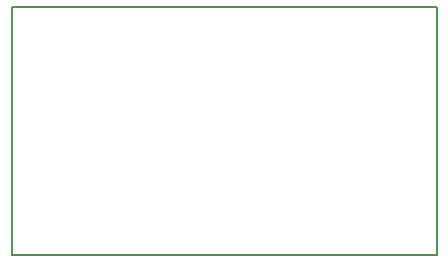
<source format=gko>
G04 #@! TF.FileFunction,Profile,NP*
%FSLAX46Y46*%
G04 Gerber Fmt 4.6, Leading zero omitted, Abs format (unit mm)*
G04 Created by KiCad (PCBNEW 4.0.6) date 11/02/17 10:09:17*
%MOMM*%
%LPD*%
G01*
G04 APERTURE LIST*
%ADD10C,0.200000*%
%ADD11C,0.150000*%
G04 APERTURE END LIST*
D10*
D11*
X154500000Y-117300000D02*
X154500000Y-96300000D01*
X118500000Y-117300000D02*
X154500000Y-117300000D01*
X118500000Y-96300000D02*
X118500000Y-117300000D01*
X154500000Y-96300000D02*
X118500000Y-96300000D01*
M02*

</source>
